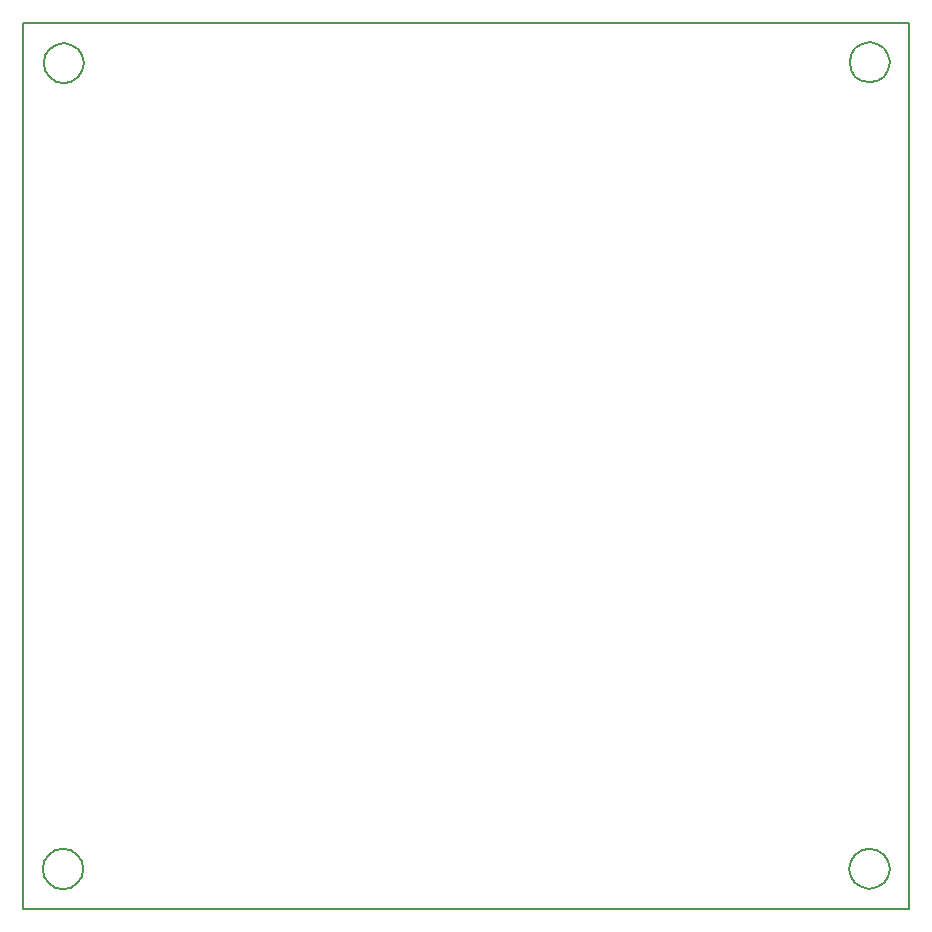
<source format=gbr>
%TF.GenerationSoftware,KiCad,Pcbnew,(5.1.6)-1*%
%TF.CreationDate,2020-09-25T14:13:56-07:00*%
%TF.ProjectId,Main Board,4d61696e-2042-46f6-9172-642e6b696361,rev?*%
%TF.SameCoordinates,Original*%
%TF.FileFunction,Profile,NP*%
%FSLAX46Y46*%
G04 Gerber Fmt 4.6, Leading zero omitted, Abs format (unit mm)*
G04 Created by KiCad (PCBNEW (5.1.6)-1) date 2020-09-25 14:13:56*
%MOMM*%
%LPD*%
G01*
G04 APERTURE LIST*
%TA.AperFunction,Profile*%
%ADD10C,0.200000*%
%TD*%
G04 APERTURE END LIST*
D10*
X56106038Y-72227595D02*
X56756600Y-72357000D01*
X57958682Y-71859082D02*
X58327195Y-71307562D01*
X55554518Y-71859082D02*
X56106038Y-72227595D01*
X57407162Y-72227595D02*
X57958682Y-71859082D01*
X55056600Y-70657000D02*
X55186005Y-71307562D01*
X55186005Y-71307562D02*
X55554518Y-71859082D01*
X56756600Y-72357000D02*
X57407162Y-72227595D01*
X58327195Y-71307562D02*
X58456600Y-70657000D01*
X125640062Y-69019405D02*
X124989500Y-68890000D01*
X125624062Y-140443896D02*
X126175582Y-140075382D01*
X57892082Y-140092082D02*
X58260595Y-139540562D01*
X126544095Y-139523862D02*
X126673500Y-138873300D01*
X56690000Y-140590000D02*
X57340562Y-140460596D01*
X55186005Y-70006438D02*
X55056600Y-70657000D01*
X57958682Y-69454918D02*
X57407162Y-69086405D01*
X56039438Y-140460596D02*
X56690000Y-140590000D01*
X123418905Y-71240562D02*
X123787418Y-71792082D01*
X123402905Y-138222738D02*
X123273500Y-138873300D01*
X124989500Y-68890000D02*
X124338938Y-69019405D01*
X58260595Y-138239438D02*
X57892082Y-137687918D01*
X126191582Y-71792082D02*
X126560095Y-71240562D01*
X56756600Y-68957000D02*
X56106038Y-69086405D01*
X57407162Y-69086405D02*
X56756600Y-68957000D01*
X126560095Y-71240562D02*
X126689500Y-70590000D01*
X124989500Y-72290000D02*
X125640062Y-72160595D01*
X123787418Y-71792082D02*
X124338938Y-72160595D01*
X126544095Y-138222738D02*
X126175582Y-137671218D01*
X126673500Y-138873300D02*
X126544095Y-138222738D01*
X58260595Y-139540562D02*
X58390000Y-138890000D01*
X123418905Y-69939438D02*
X123289500Y-70590000D01*
X58390000Y-138890000D02*
X58390000Y-138890000D01*
X55119405Y-138239438D02*
X54990000Y-138890000D01*
X126175582Y-137671218D02*
X125624062Y-137302705D01*
X128340000Y-67240000D02*
X53340000Y-67240000D01*
X55554518Y-69454918D02*
X55186005Y-70006438D01*
X56106038Y-69086405D02*
X55554518Y-69454918D01*
X124973500Y-137173300D02*
X124322938Y-137302705D01*
X58327195Y-70006438D02*
X57958682Y-69454918D01*
X124338938Y-69019405D02*
X123787418Y-69387918D01*
X123771418Y-140075382D02*
X124322938Y-140443896D01*
X57340562Y-137319405D02*
X56690000Y-137190000D01*
X56690000Y-137190000D02*
X56039438Y-137319405D01*
X57892082Y-137687918D02*
X57340562Y-137319405D01*
X58456600Y-70657000D02*
X58327195Y-70006438D01*
X125640062Y-72160595D02*
X126191582Y-71792082D01*
X126689500Y-70590000D02*
X126560095Y-69939438D01*
X124322938Y-137302705D02*
X123771418Y-137671218D01*
X56039438Y-137319405D02*
X55487918Y-137687918D01*
X123289500Y-70590000D02*
X123418905Y-71240562D01*
X54990000Y-138890000D02*
X55119405Y-139540562D01*
X124338938Y-72160595D02*
X124989500Y-72290000D01*
X125624062Y-137302705D02*
X124973500Y-137173300D01*
X124973500Y-140573300D02*
X125624062Y-140443896D01*
X123787418Y-69387918D02*
X123418905Y-69939438D01*
X126560095Y-69939438D02*
X126191582Y-69387918D01*
X123402905Y-139523862D02*
X123771418Y-140075382D01*
X126191582Y-69387918D02*
X125640062Y-69019405D01*
X123273500Y-138873300D02*
X123402905Y-139523862D01*
X55487918Y-140092082D02*
X56039438Y-140460596D01*
X57340562Y-140460596D02*
X57892082Y-140092082D01*
X55119405Y-139540562D02*
X55487918Y-140092082D01*
X128340000Y-142240000D02*
X128340000Y-67240000D01*
X53340000Y-67240000D02*
X53340000Y-142240000D01*
X58390000Y-138890000D02*
X58260595Y-138239438D01*
X123771418Y-137671218D02*
X123402905Y-138222738D01*
X55487918Y-137687918D02*
X55119405Y-138239438D01*
X124322938Y-140443896D02*
X124973500Y-140573300D01*
X126175582Y-140075382D02*
X126544095Y-139523862D01*
X53340000Y-142240000D02*
X128340000Y-142240000D01*
M02*

</source>
